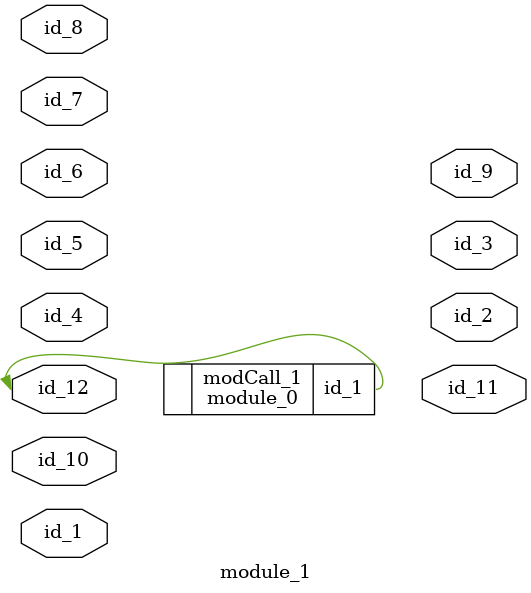
<source format=v>
module module_0 (
    id_1
);
  inout wire id_1;
  assign id_1 = 1;
  parameter id_2 = -1;
  parameter id_4 = -1 - -1;
  assign id_3 = {id_3, -1};
  assign id_1 = id_1 & -1;
endmodule
module module_1 (
    id_1,
    id_2,
    id_3,
    id_4,
    id_5,
    id_6,
    id_7,
    id_8,
    id_9,
    id_10,
    id_11,
    id_12
);
  inout wire id_12;
  output wire id_11;
  inout wire id_10;
  output wire id_9;
  inout wire id_8;
  input wire id_7;
  input wire id_6;
  input wire id_5;
  inout wire id_4;
  output wire id_3;
  output wire id_2;
  inout wire id_1;
  wire id_13;
  module_0 modCall_1 (id_12);
endmodule

</source>
